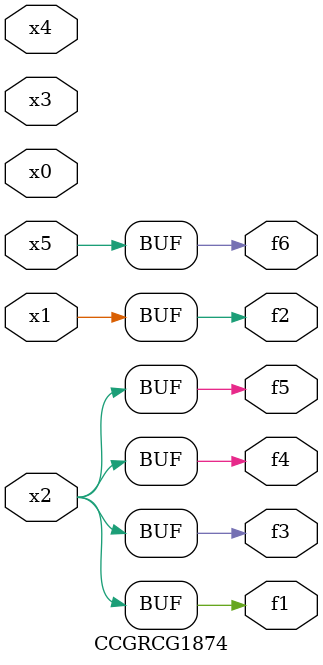
<source format=v>
module CCGRCG1874(
	input x0, x1, x2, x3, x4, x5,
	output f1, f2, f3, f4, f5, f6
);
	assign f1 = x2;
	assign f2 = x1;
	assign f3 = x2;
	assign f4 = x2;
	assign f5 = x2;
	assign f6 = x5;
endmodule

</source>
